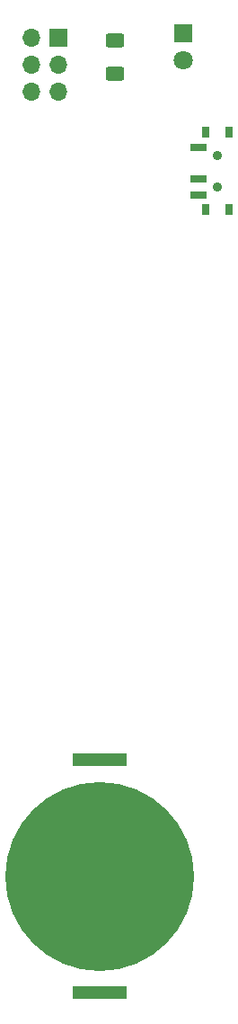
<source format=gbs>
%TF.GenerationSoftware,KiCad,Pcbnew,(7.0.0-0)*%
%TF.CreationDate,2023-07-17T23:24:17-05:00*%
%TF.ProjectId,crew-SAO,63726577-2d53-4414-9f2e-6b696361645f,rev?*%
%TF.SameCoordinates,Original*%
%TF.FileFunction,Soldermask,Bot*%
%TF.FilePolarity,Negative*%
%FSLAX46Y46*%
G04 Gerber Fmt 4.6, Leading zero omitted, Abs format (unit mm)*
G04 Created by KiCad (PCBNEW (7.0.0-0)) date 2023-07-17 23:24:17*
%MOMM*%
%LPD*%
G01*
G04 APERTURE LIST*
G04 Aperture macros list*
%AMRoundRect*
0 Rectangle with rounded corners*
0 $1 Rounding radius*
0 $2 $3 $4 $5 $6 $7 $8 $9 X,Y pos of 4 corners*
0 Add a 4 corners polygon primitive as box body*
4,1,4,$2,$3,$4,$5,$6,$7,$8,$9,$2,$3,0*
0 Add four circle primitives for the rounded corners*
1,1,$1+$1,$2,$3*
1,1,$1+$1,$4,$5*
1,1,$1+$1,$6,$7*
1,1,$1+$1,$8,$9*
0 Add four rect primitives between the rounded corners*
20,1,$1+$1,$2,$3,$4,$5,0*
20,1,$1+$1,$4,$5,$6,$7,0*
20,1,$1+$1,$6,$7,$8,$9,0*
20,1,$1+$1,$8,$9,$2,$3,0*%
G04 Aperture macros list end*
%ADD10R,1.800000X1.800000*%
%ADD11C,1.800000*%
%ADD12R,1.700000X1.700000*%
%ADD13O,1.700000X1.700000*%
%ADD14RoundRect,0.250000X-0.625000X0.400000X-0.625000X-0.400000X0.625000X-0.400000X0.625000X0.400000X0*%
%ADD15R,5.080000X1.270000*%
%ADD16C,17.800000*%
%ADD17R,0.800000X1.000000*%
%ADD18C,0.900000*%
%ADD19R,1.500000X0.700000*%
G04 APERTURE END LIST*
D10*
X60399999Y-64849999D03*
D11*
X60400000Y-67390000D03*
D12*
X48649999Y-65249999D03*
D13*
X46109999Y-65249999D03*
X48649999Y-67789999D03*
X46109999Y-67789999D03*
X48649999Y-70329999D03*
X46109999Y-70329999D03*
D14*
X54000000Y-65500000D03*
X54000000Y-68600000D03*
D15*
X52577999Y-155192999D03*
X52577999Y-133222999D03*
D16*
X52578000Y-144208000D03*
D17*
X64699999Y-74149999D03*
X62489999Y-74149999D03*
D18*
X63600000Y-76300000D03*
X63600000Y-79300000D03*
D17*
X64699999Y-81449999D03*
X62489999Y-81449999D03*
D19*
X61839999Y-75549999D03*
X61839999Y-78549999D03*
X61839999Y-80049999D03*
M02*

</source>
